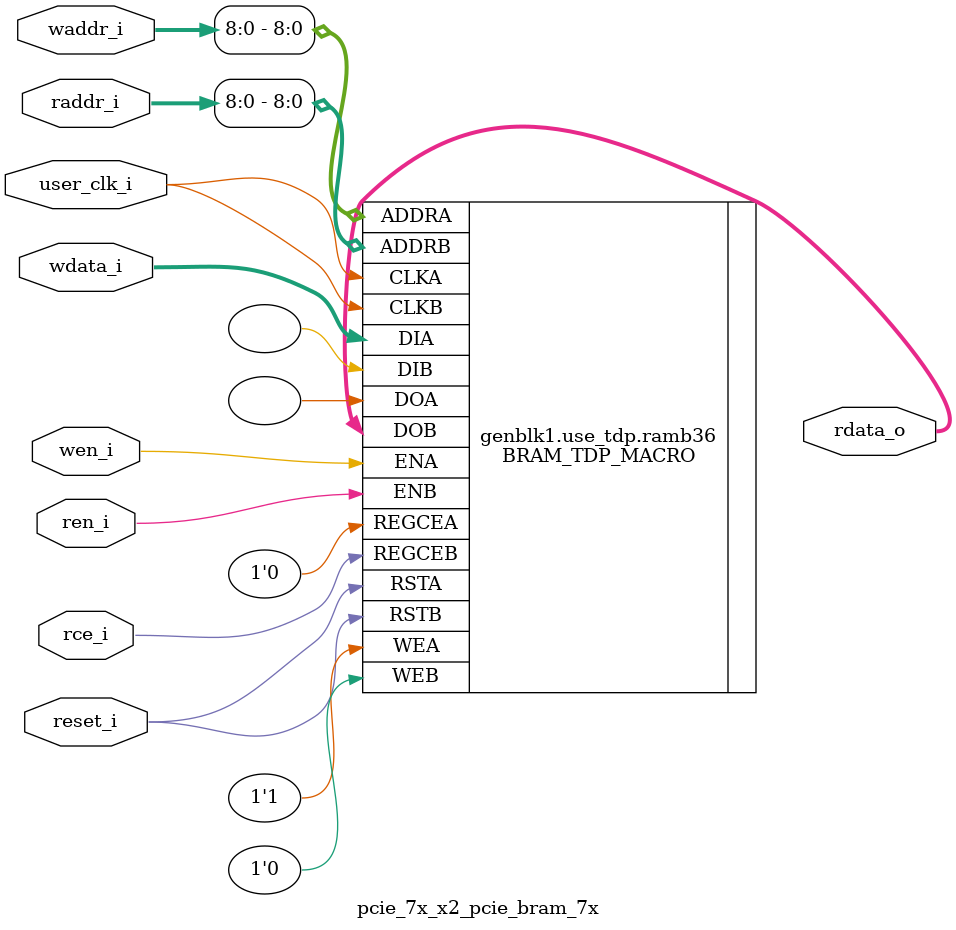
<source format=v>

`timescale 1ps/1ps

(* DowngradeIPIdentifiedWarnings = "yes" *)
module pcie_7x_x2_pcie_bram_7x
  #(
    parameter [3:0]  LINK_CAP_MAX_LINK_SPEED = 4'h1,        // PCIe Link Speed : 1 - 2.5 GT/s; 2 - 5.0 GT/s
    parameter [5:0]  LINK_CAP_MAX_LINK_WIDTH = 6'h08,       // PCIe Link Width : 1 / 2 / 4 / 8
    parameter IMPL_TARGET = "HARD",                         // the implementation target : HARD, SOFT
    parameter DOB_REG = 0,                                  // 1 - use the output register;
                                                            // 0 - don't use the output register
    parameter WIDTH = 0                                     // supported WIDTH's : 4, 9, 18, 36 - uses RAMB36
                                                            //                     72 - uses RAMB36SDP
    )
    (
     input               user_clk_i,// user clock
     input               reset_i,   // bram reset

     input               wen_i,     // write enable
     input [12:0]        waddr_i,   // write address
     input [WIDTH - 1:0] wdata_i,   // write data

     input               ren_i,     // read enable
     input               rce_i,     // output register clock enable
     input [12:0]        raddr_i,   // read address

     output [WIDTH - 1:0] rdata_o   // read data
     );

   // map the address bits
   localparam ADDR_MSB = ((WIDTH == 4)  ? 12 :
                          (WIDTH == 9)  ? 11 :
                          (WIDTH == 18) ? 10 :
                          (WIDTH == 36) ?  9 :
                                           8
                          );

   // set the width of the tied off low address bits
   localparam ADDR_LO_BITS = ((WIDTH == 4)  ? 2 :
                              (WIDTH == 9)  ? 3 :
                              (WIDTH == 18) ? 4 :
                              (WIDTH == 36) ? 5 :
                                              0 // for WIDTH 72 use RAMB36SDP
                              );

   // map the data bits
   localparam D_MSB =  ((WIDTH == 4)  ?  3 :
                        (WIDTH == 9)  ?  7 :
                        (WIDTH == 18) ? 15 :
                        (WIDTH == 36) ? 31 :
                                        63
                        );

   // map the data parity bits
   localparam DP_LSB =  D_MSB + 1;

   localparam DP_MSB =  ((WIDTH == 4)  ? 4 :
                         (WIDTH == 9)  ? 8 :
                         (WIDTH == 18) ? 17 :
                         (WIDTH == 36) ? 35 :
                                         71
                        );

   localparam DPW = DP_MSB - DP_LSB + 1;
   localparam WRITE_MODE = ((WIDTH == 72) && (!((LINK_CAP_MAX_LINK_SPEED == 4'h2) && (LINK_CAP_MAX_LINK_WIDTH == 6'h08)))) ? "WRITE_FIRST" :
                           ((LINK_CAP_MAX_LINK_SPEED == 4'h2) && (LINK_CAP_MAX_LINK_WIDTH == 6'h08)) ? "WRITE_FIRST" : "NO_CHANGE";

   localparam DEVICE = (IMPL_TARGET == "HARD") ? "7SERIES" : "VIRTEX6";
   localparam BRAM_SIZE = "36Kb";

   localparam WE_WIDTH =(DEVICE == "VIRTEX5" || DEVICE == "VIRTEX6" || DEVICE == "7SERIES") ?
                            ((WIDTH <= 9) ? 1 :
                             (WIDTH > 9 && WIDTH <= 18) ? 2 :
                             (WIDTH > 18 && WIDTH <= 36) ? 4 :
                             (WIDTH > 36 && WIDTH <= 72) ? 8 :
                             (BRAM_SIZE == "18Kb") ? 4 : 8 ) : 8;

   //synthesis translate_off
   initial begin
      //$display("[%t] %m DOB_REG %0d WIDTH %0d ADDR_MSB %0d ADDR_LO_BITS %0d DP_MSB %0d DP_LSB %0d D_MSB %0d",
      //          $time, DOB_REG,   WIDTH,    ADDR_MSB,    ADDR_LO_BITS,    DP_MSB,    DP_LSB,    D_MSB);

      case (WIDTH)
        4,9,18,36,72:;
        default:
          begin
             $display("[%t] %m Error WIDTH %0d not supported", $time, WIDTH);
             $finish;
          end
      endcase // case (WIDTH)
   end
   //synthesis translate_on

   generate
   if ((LINK_CAP_MAX_LINK_WIDTH == 6'h08 && LINK_CAP_MAX_LINK_SPEED == 4'h2) || (WIDTH == 72)) begin : use_sdp
        BRAM_SDP_MACRO #(
               .DEVICE        (DEVICE),
               .BRAM_SIZE     (BRAM_SIZE),
               .DO_REG        (DOB_REG),
               .READ_WIDTH    (WIDTH),
               .WRITE_WIDTH   (WIDTH),
               .WRITE_MODE    (WRITE_MODE)
               )
        ramb36sdp(
               .DO             (rdata_o[WIDTH-1:0]),
               .DI             (wdata_i[WIDTH-1:0]),
               .RDADDR         (raddr_i[ADDR_MSB:0]),
               .RDCLK          (user_clk_i),
               .RDEN           (ren_i),
               .REGCE          (rce_i),
               .RST            (reset_i),
               .WE             ({WE_WIDTH{1'b1}}),
               .WRADDR         (waddr_i[ADDR_MSB:0]),
               .WRCLK          (user_clk_i),
               .WREN           (wen_i)
               );

    end  // block: use_sdp
    else if (WIDTH <= 36) begin : use_tdp
    // use RAMB36's if the width is 4, 9, 18, or 36
        BRAM_TDP_MACRO #(
               .DEVICE        (DEVICE),
               .BRAM_SIZE     (BRAM_SIZE),
               .DOA_REG       (0),
               .DOB_REG       (DOB_REG),
               .READ_WIDTH_A  (WIDTH),
               .READ_WIDTH_B  (WIDTH),
               .WRITE_WIDTH_A (WIDTH),
               .WRITE_WIDTH_B (WIDTH),
               .WRITE_MODE_A  (WRITE_MODE)
               )
        ramb36(
               .DOA            (),
               .DOB            (rdata_o[WIDTH-1:0]),
               .ADDRA          (waddr_i[ADDR_MSB:0]),
               .ADDRB          (raddr_i[ADDR_MSB:0]),
               .CLKA           (user_clk_i),
               .CLKB           (user_clk_i),
               .DIA            (wdata_i[WIDTH-1:0]),
               .DIB            ({WIDTH{1'b0}}),
               .ENA            (wen_i),
               .ENB            (ren_i),
               .REGCEA         (1'b0),
               .REGCEB         (rce_i),
               .RSTA           (reset_i),
               .RSTB           (reset_i),
               .WEA            ({WE_WIDTH{1'b1}}),
               .WEB            ({WE_WIDTH{1'b0}})
               );
   end // block: use_tdp
   endgenerate

endmodule // pcie_bram_7x


</source>
